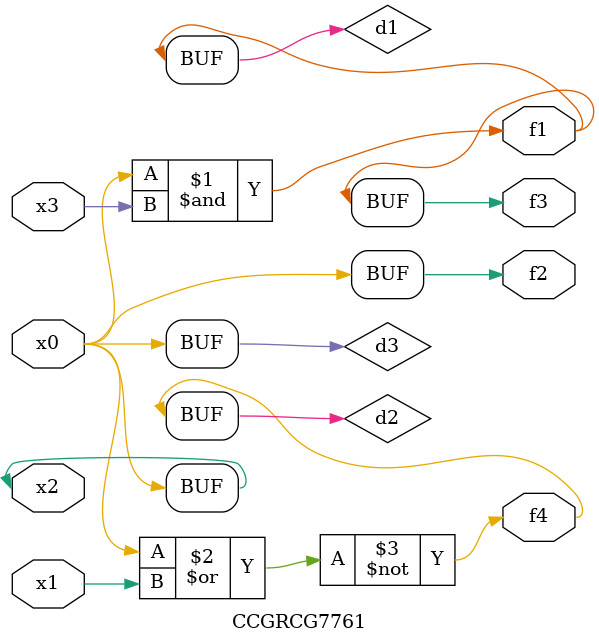
<source format=v>
module CCGRCG7761(
	input x0, x1, x2, x3,
	output f1, f2, f3, f4
);

	wire d1, d2, d3;

	and (d1, x2, x3);
	nor (d2, x0, x1);
	buf (d3, x0, x2);
	assign f1 = d1;
	assign f2 = d3;
	assign f3 = d1;
	assign f4 = d2;
endmodule

</source>
